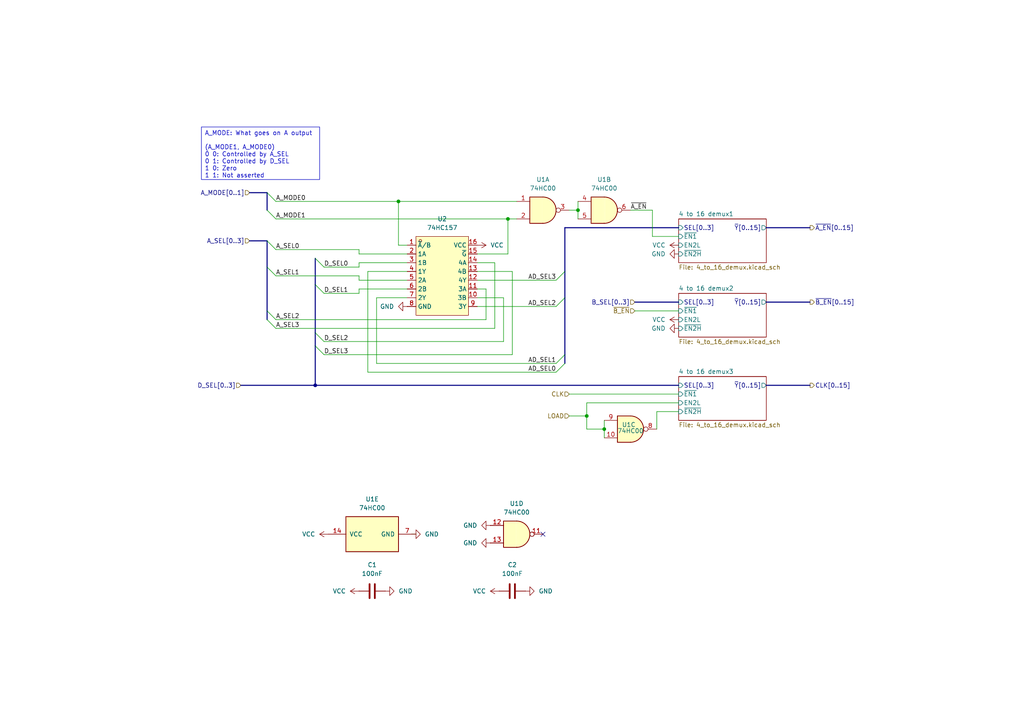
<source format=kicad_sch>
(kicad_sch (version 20250114) (generator "eeschema") (generator_version "9.0")
  (paper "A4")
  (title_block (title "PickleRISC register board") (rev "1.0"))
  (lib_symbols
    (symbol "74xx:74HC00" (pin_names (offset 1.016))
      (property "Reference" "U" (at 0 1.27 0))
      (property "Value" "74HC00" (at 0 -1.27 0))
      (symbol "74HC00_1_1"
        (arc (start 0 3.81) (mid 3.7934 0) (end 0 -3.81) (stroke (width 0.254)) (fill (type background)))
        (polyline (pts (xy 0 3.81) (xy -3.81 3.81) (xy -3.81 -3.81) (xy 0 -3.81)) (stroke (width 0.254)) (fill (type background)))
        (pin input line (at -7.62 2.54 0) (length 3.81) (name "~") (number "1"))
        (pin input line (at -7.62 -2.54 0) (length 3.81) (name "~") (number "2"))
        (pin output inverted (at 7.62 0 180) (length 3.81) (name "~") (number "3"))
      )
      (symbol "74HC00_1_2"
        (arc (start -3.81 3.81) (mid -2.589 0) (end -3.81 -3.81) (stroke (width 0.254)))
        (polyline (pts (xy -3.81 3.81) (xy -0.635 3.81)) (stroke (width 0.254)) (fill (type background)))
        (polyline (pts (xy -3.81 -3.81) (xy -0.635 -3.81)) (stroke (width 0.254)) (fill (type background)))
        (arc (start 3.81 0) (mid 2.1855 -2.584) (end -0.6096 -3.81) (stroke (width 0.254)) (fill (type background)))
        (arc (start -0.6096 3.81) (mid 2.1928 2.5924) (end 3.81 0) (stroke (width 0.254)) (fill (type background)))
        (polyline (pts (xy -0.635 3.81) (xy -3.81 3.81) (xy -3.81 3.81) (xy -3.556 3.4036) (xy -3.0226 2.2606) (xy -2.6924 1.0414) (xy -2.6162 -0.254) (xy -2.7686 -1.4986) (xy -3.175 -2.7178) (xy -3.81 -3.81) (xy -3.81 -3.81) (xy -0.635 -3.81)) (stroke (width -25.4)) (fill (type background)))
        (pin input inverted (at -7.62 2.54 0) (length 4.318) (name "~") (number "1"))
        (pin input inverted (at -7.62 -2.54 0) (length 4.318) (name "~") (number "2"))
        (pin output line (at 7.62 0 180) (length 3.81) (name "~") (number "3"))
      )
      (symbol "74HC00_2_1"
        (arc (start 0 3.81) (mid 3.7934 0) (end 0 -3.81) (stroke (width 0.254)) (fill (type background)))
        (polyline (pts (xy 0 3.81) (xy -3.81 3.81) (xy -3.81 -3.81) (xy 0 -3.81)) (stroke (width 0.254)) (fill (type background)))
        (pin input line (at -7.62 2.54 0) (length 3.81) (name "~") (number "4"))
        (pin input line (at -7.62 -2.54 0) (length 3.81) (name "~") (number "5"))
        (pin output inverted (at 7.62 0 180) (length 3.81) (name "~") (number "6"))
      )
      (symbol "74HC00_2_2"
        (arc (start -3.81 3.81) (mid -2.589 0) (end -3.81 -3.81) (stroke (width 0.254)))
        (polyline (pts (xy -3.81 3.81) (xy -0.635 3.81)) (stroke (width 0.254)) (fill (type background)))
        (polyline (pts (xy -3.81 -3.81) (xy -0.635 -3.81)) (stroke (width 0.254)) (fill (type background)))
        (arc (start 3.81 0) (mid 2.1855 -2.584) (end -0.6096 -3.81) (stroke (width 0.254)) (fill (type background)))
        (arc (start -0.6096 3.81) (mid 2.1928 2.5924) (end 3.81 0) (stroke (width 0.254)) (fill (type background)))
        (polyline (pts (xy -0.635 3.81) (xy -3.81 3.81) (xy -3.81 3.81) (xy -3.556 3.4036) (xy -3.0226 2.2606) (xy -2.6924 1.0414) (xy -2.6162 -0.254) (xy -2.7686 -1.4986) (xy -3.175 -2.7178) (xy -3.81 -3.81) (xy -3.81 -3.81) (xy -0.635 -3.81)) (stroke (width -25.4)) (fill (type background)))
        (pin input inverted (at -7.62 2.54 0) (length 4.318) (name "~") (number "4"))
        (pin input inverted (at -7.62 -2.54 0) (length 4.318) (name "~") (number "5"))
        (pin output line (at 7.62 0 180) (length 3.81) (name "~") (number "6"))
      )
      (symbol "74HC00_3_1"
        (arc (start 0 3.81) (mid 3.7934 0) (end 0 -3.81) (stroke (width 0.254)) (fill (type background)))
        (polyline (pts (xy 0 3.81) (xy -3.81 3.81) (xy -3.81 -3.81) (xy 0 -3.81)) (stroke (width 0.254)) (fill (type background)))
        (pin input line (at -7.62 2.54 0) (length 3.81) (name "~") (number "9"))
        (pin input line (at -7.62 -2.54 0) (length 3.81) (name "~") (number "10"))
        (pin output inverted (at 7.62 0 180) (length 3.81) (name "~") (number "8"))
      )
      (symbol "74HC00_3_2"
        (arc (start -3.81 3.81) (mid -2.589 0) (end -3.81 -3.81) (stroke (width 0.254)))
        (polyline (pts (xy -3.81 3.81) (xy -0.635 3.81)) (stroke (width 0.254)) (fill (type background)))
        (polyline (pts (xy -3.81 -3.81) (xy -0.635 -3.81)) (stroke (width 0.254)) (fill (type background)))
        (arc (start 3.81 0) (mid 2.1855 -2.584) (end -0.6096 -3.81) (stroke (width 0.254)) (fill (type background)))
        (arc (start -0.6096 3.81) (mid 2.1928 2.5924) (end 3.81 0) (stroke (width 0.254)) (fill (type background)))
        (polyline (pts (xy -0.635 3.81) (xy -3.81 3.81) (xy -3.81 3.81) (xy -3.556 3.4036) (xy -3.0226 2.2606) (xy -2.6924 1.0414) (xy -2.6162 -0.254) (xy -2.7686 -1.4986) (xy -3.175 -2.7178) (xy -3.81 -3.81) (xy -3.81 -3.81) (xy -0.635 -3.81)) (stroke (width -25.4)) (fill (type background)))
        (pin input inverted (at -7.62 2.54 0) (length 4.318) (name "~") (number "9"))
        (pin input inverted (at -7.62 -2.54 0) (length 4.318) (name "~") (number "10"))
        (pin output line (at 7.62 0 180) (length 3.81) (name "~") (number "8"))
      )
      (symbol "74HC00_4_1"
        (arc (start 0 3.81) (mid 3.7934 0) (end 0 -3.81) (stroke (width 0.254)) (fill (type background)))
        (polyline (pts (xy 0 3.81) (xy -3.81 3.81) (xy -3.81 -3.81) (xy 0 -3.81)) (stroke (width 0.254)) (fill (type background)))
        (pin input line (at -7.62 2.54 0) (length 3.81) (name "~") (number "12"))
        (pin input line (at -7.62 -2.54 0) (length 3.81) (name "~") (number "13"))
        (pin output inverted (at 7.62 0 180) (length 3.81) (name "~") (number "11"))
      )
      (symbol "74HC00_4_2"
        (arc (start -3.81 3.81) (mid -2.589 0) (end -3.81 -3.81) (stroke (width 0.254)))
        (polyline (pts (xy -3.81 3.81) (xy -0.635 3.81)) (stroke (width 0.254)) (fill (type background)))
        (polyline (pts (xy -3.81 -3.81) (xy -0.635 -3.81)) (stroke (width 0.254)) (fill (type background)))
        (arc (start 3.81 0) (mid 2.1855 -2.584) (end -0.6096 -3.81) (stroke (width 0.254)) (fill (type background)))
        (arc (start -0.6096 3.81) (mid 2.1928 2.5924) (end 3.81 0) (stroke (width 0.254)) (fill (type background)))
        (polyline (pts (xy -0.635 3.81) (xy -3.81 3.81) (xy -3.81 3.81) (xy -3.556 3.4036) (xy -3.0226 2.2606) (xy -2.6924 1.0414) (xy -2.6162 -0.254) (xy -2.7686 -1.4986) (xy -3.175 -2.7178) (xy -3.81 -3.81) (xy -3.81 -3.81) (xy -0.635 -3.81)) (stroke (width -25.4)) (fill (type background)))
        (pin input inverted (at -7.62 2.54 0) (length 4.318) (name "~") (number "12"))
        (pin input inverted (at -7.62 -2.54 0) (length 4.318) (name "~") (number "13"))
        (pin output line (at 7.62 0 180) (length 3.81) (name "~") (number "11"))
      )
      (symbol "74HC00_5_0"
        (pin power_in line (at 0 12.7 270) (length 5.08) (name "VCC") (number "14"))
        (pin power_in line (at 0 -12.7 90) (length 5.08) (name "GND") (number "7"))
      )
      (symbol "74HC00_5_1"
        (rectangle (start -5.08 7.62) (end 5.08 -7.62) (stroke (width 0.254)) (fill (type background)))
      )
    )
    (symbol "Device:C" (pin_numbers (hide yes)) (pin_names (offset 0.254))
      (property "Reference" "C" (at 0.635 2.54 0))
      (property "Value" "C" (at 0.635 -2.54 0))
      (symbol "C_0_1"
        (polyline (pts (xy -2.032 0.762) (xy 2.032 0.762)) (stroke (width 0.508)))
        (polyline (pts (xy -2.032 -0.762) (xy 2.032 -0.762)) (stroke (width 0.508)))
      )
      (symbol "C_1_1"
        (pin passive line (at 0 3.81 270) (length 2.794) (name "~") (number "1"))
        (pin passive line (at 0 -3.81 90) (length 2.794) (name "~") (number "2"))
      )
    )
    (symbol "easyeda2kicad:SN74HC157PWR_C408973"
      (property "Reference" "U" (at 0 13.97 0))
      (property "Value" "SN74HC157PWR_C408973" (at 0 -13.97 0))
      (symbol "SN74HC157PWR_C408973_0_1"
        (rectangle (start -7.62 11.43) (end 7.62 -11.43) (fill (type background)))
        (circle (center -6.35 10.16) (radius 0.38))
        (pin unspecified line (at -10.16 8.89 0) (length 2.54) (name "~{A}/B") (number "1"))
        (pin unspecified line (at -10.16 6.35 0) (length 2.54) (name "1A") (number "2"))
        (pin unspecified line (at -10.16 3.81 0) (length 2.54) (name "1B") (number "3"))
        (pin unspecified line (at -10.16 1.27 0) (length 2.54) (name "1Y") (number "4"))
        (pin unspecified line (at -10.16 -1.27 0) (length 2.54) (name "2A") (number "5"))
        (pin unspecified line (at -10.16 -3.81 0) (length 2.54) (name "2B") (number "6"))
        (pin unspecified line (at -10.16 -6.35 0) (length 2.54) (name "2Y") (number "7"))
        (pin unspecified line (at -10.16 -8.89 0) (length 2.54) (name "GND") (number "8"))
        (pin unspecified line (at 10.16 8.89 180) (length 2.54) (name "VCC") (number "16"))
        (pin unspecified line (at 10.16 6.35 180) (length 2.54) (name "~{G}") (number "15"))
        (pin unspecified line (at 10.16 3.81 180) (length 2.54) (name "4A") (number "14"))
        (pin unspecified line (at 10.16 1.27 180) (length 2.54) (name "4B") (number "13"))
        (pin unspecified line (at 10.16 -1.27 180) (length 2.54) (name "4Y") (number "12"))
        (pin unspecified line (at 10.16 -3.81 180) (length 2.54) (name "3A") (number "11"))
        (pin unspecified line (at 10.16 -6.35 180) (length 2.54) (name "3B") (number "10"))
        (pin unspecified line (at 10.16 -8.89 180) (length 2.54) (name "3Y") (number "9"))
      )
    )
    (symbol "power:GND" (power) (pin_numbers (hide yes)) (pin_names (offset 0) (hide yes))
      (property "Value" "GND" (at 0 -3.81 0))
      (symbol "GND_0_1"
        (polyline (pts (xy 0 0) (xy 0 -1.27) (xy 1.27 -1.27) (xy 0 -2.54) (xy -1.27 -1.27) (xy 0 -1.27)))
      )
      (symbol "GND_1_1"
        (pin power_in line (at 0 0 270) (length 0) (name "~") (number "1"))
      )
    )
    (symbol "power:VCC" (power) (pin_numbers (hide yes)) (pin_names (offset 0) (hide yes))
      (property "Value" "VCC" (at 0 3.556 0))
      (symbol "VCC_0_1"
        (polyline (pts (xy -0.762 1.27) (xy 0 2.54)))
        (polyline (pts (xy 0 2.54) (xy 0.762 1.27)))
        (polyline (pts (xy 0 0) (xy 0 2.54)))
      )
      (symbol "VCC_1_1"
        (pin power_in line (at 0 0 90) (length 0) (name "~") (number "1"))
      )
    )
  )
  (text_box "A_MODE: What goes on A output\n\n(A_MODE1, A_MODE0)\n0 0: Controlled by A_SEL\n0 1: Controlled by D_SEL\n1 0: Zero\n1 1: Not asserted" (at 58.42 36.83 0) (size 34.29 15.24) (margins 0.9525 0.9525 0.9525 0.9525) (effects (font (size 1.27 1.27)) (justify left top)))
  (junction (at 170.18 120.65))
  (junction (at 175.26 124.46))
  (junction (at 115.57 58.42))
  (junction (at 167.64 60.96))
  (junction (at 91.44 111.76))
  (junction (at 147.32 63.5))
  (no_connect (at 157.48 154.94))
  (bus_entry (at 91.44 96.52) (size 2.54 2.54))
  (bus_entry (at 77.47 77.47) (size 2.54 2.54))
  (bus_entry (at 91.44 74.93) (size 2.54 2.54))
  (bus_entry (at 161.29 107.95) (size 2.54 -2.54))
  (bus_entry (at 161.29 88.9) (size 2.54 -2.54))
  (bus_entry (at 91.44 100.33) (size 2.54 2.54))
  (bus_entry (at 77.47 55.88) (size 2.54 2.54))
  (bus_entry (at 161.29 105.41) (size 2.54 -2.54))
  (bus_entry (at 77.47 69.85) (size 2.54 2.54))
  (bus_entry (at 91.44 82.55) (size 2.54 2.54))
  (bus_entry (at 77.47 92.71) (size 2.54 2.54))
  (bus_entry (at 77.47 60.96) (size 2.54 2.54))
  (bus_entry (at 161.29 81.28) (size 2.54 -2.54))
  (bus_entry (at 77.47 90.17) (size 2.54 2.54))
  (bus (pts (xy 163.83 86.36) (xy 163.83 78.74)))
  (wire (pts (xy 167.64 58.42) (xy 167.64 60.96)))
  (wire (pts (xy 115.57 71.12) (xy 115.57 58.42)))
  (wire (pts (xy 170.18 116.84) (xy 196.85 116.84)))
  (bus (pts (xy 163.83 78.74) (xy 163.83 66.04)))
  (wire (pts (xy 189.23 68.58) (xy 196.85 68.58)))
  (wire (pts (xy 80.01 92.71) (xy 140.97 92.71)))
  (wire (pts (xy 106.68 78.74) (xy 106.68 107.95)))
  (wire (pts (xy 80.01 72.39) (xy 104.14 72.39)))
  (bus (pts (xy 91.44 100.33) (xy 91.44 111.76)))
  (wire (pts (xy 146.05 99.06) (xy 146.05 86.36)))
  (wire (pts (xy 140.97 92.71) (xy 140.97 83.82)))
  (wire (pts (xy 138.43 88.9) (xy 161.29 88.9)))
  (bus (pts (xy 72.39 69.85) (xy 77.47 69.85)))
  (wire (pts (xy 175.26 121.92) (xy 175.26 124.46)))
  (wire (pts (xy 190.5 119.38) (xy 190.5 124.46)))
  (wire (pts (xy 140.97 83.82) (xy 138.43 83.82)))
  (wire (pts (xy 104.14 81.28) (xy 104.14 80.01)))
  (wire (pts (xy 165.1 60.96) (xy 167.64 60.96)))
  (wire (pts (xy 165.1 114.3) (xy 196.85 114.3)))
  (wire (pts (xy 93.98 77.47) (xy 104.14 77.47)))
  (wire (pts (xy 143.51 76.2) (xy 143.51 95.25)))
  (wire (pts (xy 149.86 63.5) (xy 147.32 63.5)))
  (bus (pts (xy 69.85 111.76) (xy 91.44 111.76)))
  (wire (pts (xy 175.26 124.46) (xy 175.26 127)))
  (bus (pts (xy 91.44 82.55) (xy 91.44 96.52)))
  (wire (pts (xy 104.14 73.66) (xy 104.14 72.39)))
  (bus (pts (xy 91.44 74.93) (xy 91.44 82.55)))
  (wire (pts (xy 93.98 85.09) (xy 104.14 85.09)))
  (wire (pts (xy 93.98 99.06) (xy 146.05 99.06)))
  (wire (pts (xy 104.14 83.82) (xy 104.14 85.09)))
  (wire (pts (xy 147.32 73.66) (xy 138.43 73.66)))
  (wire (pts (xy 196.85 119.38) (xy 190.5 119.38)))
  (wire (pts (xy 170.18 124.46) (xy 170.18 120.65)))
  (bus (pts (xy 163.83 86.36) (xy 163.83 102.87)))
  (wire (pts (xy 104.14 76.2) (xy 118.11 76.2)))
  (bus (pts (xy 163.83 102.87) (xy 163.83 105.41)))
  (wire (pts (xy 120.65 154.94) (xy 119.38 154.94)))
  (wire (pts (xy 184.15 90.17) (xy 196.85 90.17)))
  (wire (pts (xy 167.64 60.96) (xy 167.64 63.5)))
  (wire (pts (xy 115.57 71.12) (xy 118.11 71.12)))
  (wire (pts (xy 138.43 81.28) (xy 161.29 81.28)))
  (bus (pts (xy 222.25 87.63) (xy 234.95 87.63)))
  (bus (pts (xy 91.44 111.76) (xy 196.85 111.76)))
  (wire (pts (xy 104.14 73.66) (xy 118.11 73.66)))
  (wire (pts (xy 118.11 86.36) (xy 109.22 86.36)))
  (wire (pts (xy 148.59 78.74) (xy 138.43 78.74)))
  (wire (pts (xy 104.14 77.47) (xy 104.14 76.2)))
  (bus (pts (xy 77.47 69.85) (xy 77.47 77.47)))
  (wire (pts (xy 189.23 60.96) (xy 189.23 68.58)))
  (wire (pts (xy 189.23 60.96) (xy 182.88 60.96)))
  (bus (pts (xy 222.25 111.76) (xy 234.95 111.76)))
  (wire (pts (xy 138.43 76.2) (xy 143.51 76.2)))
  (bus (pts (xy 77.47 90.17) (xy 77.47 92.71)))
  (wire (pts (xy 109.22 105.41) (xy 161.29 105.41)))
  (wire (pts (xy 80.01 63.5) (xy 147.32 63.5)))
  (wire (pts (xy 80.01 58.42) (xy 115.57 58.42)))
  (wire (pts (xy 80.01 95.25) (xy 143.51 95.25)))
  (wire (pts (xy 93.98 102.87) (xy 148.59 102.87)))
  (wire (pts (xy 170.18 120.65) (xy 170.18 116.84)))
  (wire (pts (xy 118.11 83.82) (xy 104.14 83.82)))
  (bus (pts (xy 234.95 66.04) (xy 222.25 66.04)))
  (wire (pts (xy 170.18 124.46) (xy 175.26 124.46)))
  (wire (pts (xy 118.11 78.74) (xy 106.68 78.74)))
  (wire (pts (xy 104.14 81.28) (xy 118.11 81.28)))
  (wire (pts (xy 106.68 107.95) (xy 161.29 107.95)))
  (bus (pts (xy 163.83 66.04) (xy 196.85 66.04)))
  (wire (pts (xy 109.22 86.36) (xy 109.22 105.41)))
  (wire (pts (xy 165.1 120.65) (xy 170.18 120.65)))
  (wire (pts (xy 147.32 63.5) (xy 147.32 73.66)))
  (wire (pts (xy 115.57 58.42) (xy 149.86 58.42)))
  (bus (pts (xy 184.15 87.63) (xy 196.85 87.63)))
  (bus (pts (xy 72.39 55.88) (xy 77.47 55.88)))
  (bus (pts (xy 77.47 77.47) (xy 77.47 90.17)))
  (wire (pts (xy 146.05 86.36) (xy 138.43 86.36)))
  (wire (pts (xy 148.59 102.87) (xy 148.59 78.74)))
  (wire (pts (xy 80.01 80.01) (xy 104.14 80.01)))
  (bus (pts (xy 91.44 96.52) (xy 91.44 100.33)))
  (bus (pts (xy 77.47 55.88) (xy 77.47 60.96)))
  (label "A_SEL3" (at 80.01 95.25 0))
  (label "AD_SEL2" (at 161.29 88.9 180))
  (label "A_SEL1" (at 80.01 80.01 0))
  (label "D_SEL3" (at 93.98 102.87 0))
  (label "A_SEL0" (at 80.01 72.39 0))
  (label "~{A_EN}" (at 182.88 60.96 0))
  (label "AD_SEL0" (at 161.29 107.95 180))
  (label "D_SEL0" (at 93.98 77.47 0))
  (label "A_MODE0" (at 80.01 58.42 0))
  (label "D_SEL2" (at 93.98 99.06 0))
  (label "A_SEL2" (at 80.01 92.71 0))
  (label "D_SEL1" (at 93.98 85.09 0))
  (label "AD_SEL1" (at 161.29 105.41 180))
  (label "A_MODE1" (at 80.01 63.5 0))
  (label "AD_SEL3" (at 161.29 81.28 180))
  (hierarchical_label "B_SEL[0..3]" (shape input) (at 184.15 87.63 180))
  (hierarchical_label "~{B_EN}[0..15]" (shape output) (at 234.95 87.63 0))
  (hierarchical_label "LOAD" (shape input) (at 165.1 120.65 180))
  (hierarchical_label "A_MODE[0..1]" (shape input) (at 72.39 55.88 180))
  (hierarchical_label "CLK" (shape input) (at 165.1 114.3 180))
  (hierarchical_label "A_SEL[0..3]" (shape input) (at 72.39 69.85 180))
  (hierarchical_label "~{A_EN}[0..15]" (shape output) (at 234.95 66.04 0))
  (hierarchical_label "CLK[0..15]" (shape output) (at 234.95 111.76 0))
  (hierarchical_label "~{B_EN}" (shape input) (at 184.15 90.17 180))
  (hierarchical_label "D_SEL[0..3]" (shape input) (at 69.85 111.76 180))
  (symbol (lib_id "74xx:74HC00") (at 107.95 154.94 90) (unit 5)
    (property "Reference" "U1" (at 107.95 144.78 90))
    (property "Value" "74HC00" (at 107.95 147.32 90))
    (property "Footprint" "easyeda2kicad:TSSOP-14_L5.0-W4.4-P0.65-LS6.4-BL" (effects (hide yes)))
    (property "Datasheet" "http://www.ti.com/lit/gpn/sn74hc00" (effects (hide yes)))
    (property "Description" "quad 2-input NAND gate" (effects (hide yes)))
  )
  (symbol (lib_id "power:GND") (at 196.85 73.66 270) (unit 1)
    (property "Reference" "#PWR020" (effects (hide yes)))
    (property "Value" "GND" (at 193.04 73.6599 90) (effects (justify right)))
    (property "Description" "Power symbol creates a global label with name \"GND\" , ground" (effects (hide yes)))
  )
  (symbol (lib_id "power:VCC") (at 144.78 171.45 90) (unit 1)
    (property "Reference" "#PWR030" (effects (hide yes)))
    (property "Value" "VCC" (at 140.97 171.4499 90) (effects (justify left)))
    (property "Description" "Power symbol creates a global label with name \"VCC\"" (effects (hide yes)))
  )
  (symbol (lib_id "power:GND") (at 196.85 95.25 270) (unit 1)
    (property "Reference" "#PWR023" (effects (hide yes)))
    (property "Value" "GND" (at 193.04 95.2499 90) (effects (justify right)))
    (property "Description" "Power symbol creates a global label with name \"GND\" , ground" (effects (hide yes)))
  )
  (symbol (lib_id "74xx:74HC00") (at 182.88 124.46 0) (unit 3)
    (property "Reference" "U1" (at 182.372 123.19 0))
    (property "Value" "74HC00" (at 182.88 124.968 0))
    (property "Footprint" "easyeda2kicad:TSSOP-14_L5.0-W4.4-P0.65-LS6.4-BL" (effects (hide yes)))
    (property "Datasheet" "http://www.ti.com/lit/gpn/sn74hc00" (effects (hide yes)))
    (property "Description" "quad 2-input NAND gate" (effects (hide yes)))
  )
  (symbol (lib_id "74xx:74HC00") (at 149.86 154.94 0) (unit 4)
    (property "Reference" "U1" (at 149.8517 146.05 0))
    (property "Value" "74HC00" (at 149.8517 148.59 0))
    (property "Footprint" "easyeda2kicad:TSSOP-14_L5.0-W4.4-P0.65-LS6.4-BL" (effects (hide yes)))
    (property "Datasheet" "http://www.ti.com/lit/gpn/sn74hc00" (effects (hide yes)))
    (property "Description" "quad 2-input NAND gate" (effects (hide yes)))
  )
  (symbol (lib_id "power:GND") (at 142.24 152.4 270) (unit 1)
    (property "Reference" "#PWR024" (effects (hide yes)))
    (property "Value" "GND" (at 138.43 152.3999 90) (effects (justify right)))
    (property "Description" "Power symbol creates a global label with name \"GND\" , ground" (effects (hide yes)))
  )
  (symbol (lib_id "power:GND") (at 152.4 171.45 90) (unit 1)
    (property "Reference" "#PWR031" (effects (hide yes)))
    (property "Value" "GND" (at 156.21 171.4499 90) (effects (justify right)))
    (property "Description" "Power symbol creates a global label with name \"GND\" , ground" (effects (hide yes)))
  )
  (symbol (lib_id "power:GND") (at 119.38 154.94 90) (unit 1)
    (property "Reference" "#PWR026" (effects (hide yes)))
    (property "Value" "GND" (at 123.19 154.9399 90) (effects (justify right)))
    (property "Description" "Power symbol creates a global label with name \"GND\" , ground" (effects (hide yes)))
  )
  (symbol (lib_id "power:VCC") (at 104.14 171.45 90) (unit 1)
    (property "Reference" "#PWR028" (effects (hide yes)))
    (property "Value" "VCC" (at 100.33 171.4499 90) (effects (justify left)))
    (property "Description" "Power symbol creates a global label with name \"VCC\"" (effects (hide yes)))
  )
  (symbol (lib_id "power:VCC") (at 138.43 71.12 270) (unit 1)
    (property "Reference" "#PWR018" (effects (hide yes)))
    (property "Value" "VCC" (at 142.24 71.1201 90) (effects (justify left)))
    (property "Description" "Power symbol creates a global label with name \"VCC\"" (effects (hide yes)))
  )
  (symbol (lib_id "74xx:74HC00") (at 175.26 60.96 0) (unit 2)
    (property "Reference" "U1" (at 175.2517 52.07 0))
    (property "Value" "74HC00" (at 175.2517 54.61 0))
    (property "Footprint" "easyeda2kicad:TSSOP-14_L5.0-W4.4-P0.65-LS6.4-BL" (effects (hide yes)))
    (property "Datasheet" "http://www.ti.com/lit/gpn/sn74hc00" (effects (hide yes)))
    (property "Description" "quad 2-input NAND gate" (effects (hide yes)))
  )
  (symbol (lib_id "power:GND") (at 142.24 157.48 270) (unit 1)
    (property "Reference" "#PWR027" (effects (hide yes)))
    (property "Value" "GND" (at 138.43 157.4799 90) (effects (justify right)))
    (property "Description" "Power symbol creates a global label with name \"GND\" , ground" (effects (hide yes)))
  )
  (symbol (lib_id "power:VCC") (at 196.85 71.12 90) (unit 1)
    (property "Reference" "#PWR019" (effects (hide yes)))
    (property "Value" "VCC" (at 193.04 71.1199 90) (effects (justify left)))
    (property "Description" "Power symbol creates a global label with name \"VCC\"" (effects (hide yes)))
  )
  (symbol (lib_id "power:VCC") (at 196.85 92.71 90) (unit 1)
    (property "Reference" "#PWR022" (effects (hide yes)))
    (property "Value" "VCC" (at 193.04 92.7099 90) (effects (justify left)))
    (property "Description" "Power symbol creates a global label with name \"VCC\"" (effects (hide yes)))
  )
  (symbol (lib_id "power:GND") (at 118.11 88.9 270) (unit 1)
    (property "Reference" "#PWR021" (effects (hide yes)))
    (property "Value" "GND" (at 114.3 88.8999 90) (effects (justify right)))
    (property "Description" "Power symbol creates a global label with name \"GND\" , ground" (effects (hide yes)))
  )
  (symbol (lib_id "Device:C") (at 148.59 171.45 90) (unit 1)
    (property "Reference" "C2" (at 148.59 163.83 90))
    (property "Value" "100nF" (at 148.59 166.37 90))
    (property "Footprint" "Capacitor_SMD:C_0603_1608Metric" (effects (hide yes)))
    (property "Description" "Unpolarized capacitor" (effects (hide yes)))
  )
  (symbol (lib_id "power:GND") (at 111.76 171.45 90) (unit 1)
    (property "Reference" "#PWR029" (effects (hide yes)))
    (property "Value" "GND" (at 115.57 171.4499 90) (effects (justify right)))
    (property "Description" "Power symbol creates a global label with name \"GND\" , ground" (effects (hide yes)))
  )
  (symbol (lib_id "power:VCC") (at 95.25 154.94 90) (unit 1)
    (property "Reference" "#PWR025" (effects (hide yes)))
    (property "Value" "VCC" (at 91.44 154.9399 90) (effects (justify left)))
    (property "Description" "Power symbol creates a global label with name \"VCC\"" (effects (hide yes)))
  )
  (symbol (lib_id "74xx:74HC00") (at 157.48 60.96 0) (unit 1)
    (property "Reference" "U1" (at 157.4717 52.07 0))
    (property "Value" "74HC00" (at 157.4717 54.61 0))
    (property "Footprint" "easyeda2kicad:TSSOP-14_L5.0-W4.4-P0.65-LS6.4-BL" (effects (hide yes)))
    (property "Datasheet" "http://www.ti.com/lit/gpn/sn74hc00" (effects (hide yes)))
    (property "Description" "quad 2-input NAND gate" (effects (hide yes)))
  )
  (symbol (lib_id "Device:C") (at 107.95 171.45 90) (unit 1)
    (property "Reference" "C1" (at 107.95 163.83 90))
    (property "Value" "100nF" (at 107.95 166.37 90))
    (property "Footprint" "Capacitor_SMD:C_0603_1608Metric" (effects (hide yes)))
    (property "Description" "Unpolarized capacitor" (effects (hide yes)))
  )
  (symbol (lib_id "easyeda2kicad:SN74HC157PWR_C408973") (at 128.27 80.01 0) (unit 1)
    (property "Reference" "U2" (at 128.27 63.5 0))
    (property "Value" "74HC157" (at 128.27 66.04 0))
    (property "Footprint" "easyeda2kicad:TSSOP-16_L5.0-W4.4-P0.65-LS6.4-BL" (effects (hide yes)))
    (property "Datasheet" "https://lcsc.com/product-detail/74-Series_Texas-Instruments-TI-SN74HC157PWR_C408973.html" (effects (hide yes)))
    (property "LCSC Part" "C408973" (effects (hide yes)))
  )
  (sheet (at 196.85 85.09) (size 25.4 12.7) (stroke (width 0.1524))
    (property "Sheetname" "4 to 16 demux2" (at 196.85 84.3784 0) (effects (justify left bottom)))
    (property "Sheetfile" "4_to_16_demux.kicad_sch" (at 196.85 98.3746 0) (effects (justify left top)))
    (pin "EN2L" input (at 196.85 92.71 180))
    (pin "SEL[0..3]" input (at 196.85 87.63 180))
    (pin "~{EN1}" input (at 196.85 90.17 180))
    (pin "~{EN2H}" input (at 196.85 95.25 180))
    (pin "~{Y}[0..15]" output (at 222.25 87.63 0))
  )
  (sheet (at 196.85 109.22) (size 25.4 12.7) (stroke (width 0.1524))
    (property "Sheetname" "4 to 16 demux3" (at 196.85 108.5084 0) (effects (justify left bottom)))
    (property "Sheetfile" "4_to_16_demux.kicad_sch" (at 196.85 122.5046 0) (effects (justify left top)))
    (pin "EN2L" input (at 196.85 116.84 180))
    (pin "SEL[0..3]" input (at 196.85 111.76 180))
    (pin "~{EN1}" input (at 196.85 114.3 180))
    (pin "~{EN2H}" input (at 196.85 119.38 180))
    (pin "~{Y}[0..15]" output (at 222.25 111.76 0))
  )
  (sheet (at 196.85 63.5) (size 25.4 12.7) (stroke (width 0.1524))
    (property "Sheetname" "4 to 16 demux1" (at 196.85 62.7884 0) (effects (justify left bottom)))
    (property "Sheetfile" "4_to_16_demux.kicad_sch" (at 196.85 76.7846 0) (effects (justify left top)))
    (pin "EN2L" input (at 196.85 71.12 180))
    (pin "SEL[0..3]" input (at 196.85 66.04 180))
    (pin "~{EN1}" input (at 196.85 68.58 180))
    (pin "~{EN2H}" input (at 196.85 73.66 180))
    (pin "~{Y}[0..15]" output (at 222.25 66.04 0))
  )
)
</source>
